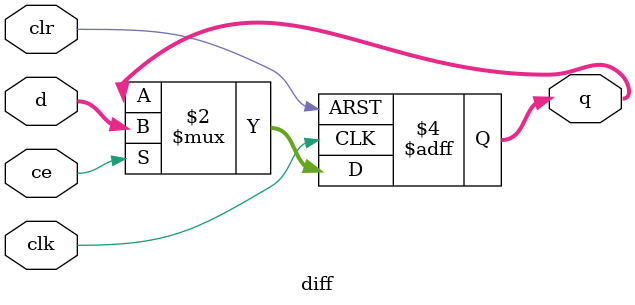
<source format=v>
`timescale 1ns / 1ps


module diff (clk, clr, d, q, ce);
input[3:0] d;
input clk, ce, clr;
output reg[3:0] q;
always@(posedge clr or posedge clk)
begin
 if(clr) q <= 0;
 else if(ce) q <= d;
end 
endmodule

</source>
